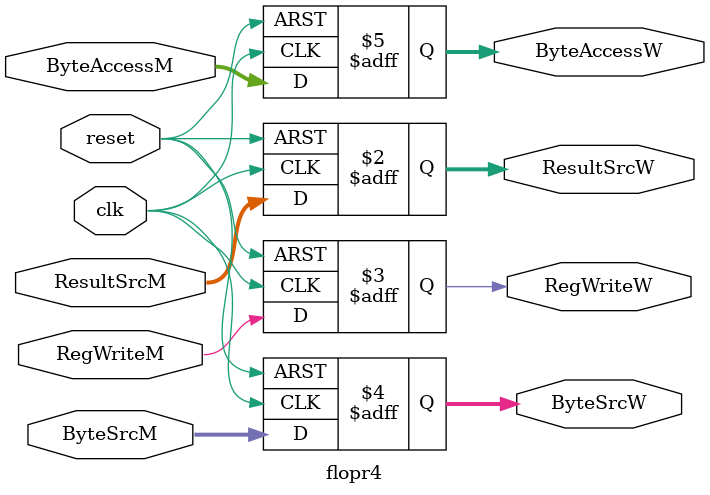
<source format=sv>
module flopr4(input  logic clk, reset,
              input  logic [2:0] ResultSrcM,
              input  logic       RegWriteM,
              input  logic [2:0] ByteSrcM,
              input  logic [1:0] ByteAccessM,
                  
              output logic [2:0] ResultSrcW,
              output logic       RegWriteW,
              output logic [2:0] ByteSrcW,
              output logic [1:0] ByteAccessW
              );
                  
always_ff @(posedge clk, posedge reset)
    if(reset)
        begin
            ResultSrcW  <= 3'b0;
            RegWriteW   <= 1'b0;   
            ByteSrcW   <= 3'b0;   
            ByteAccessW <= 2'b0; 
        end
    else
        begin
            ResultSrcW  <= ResultSrcM;
            RegWriteW   <= RegWriteM; 
            ByteSrcW   <= ByteSrcM;   
            ByteAccessW <= ByteAccessM;
        end

endmodule
</source>
